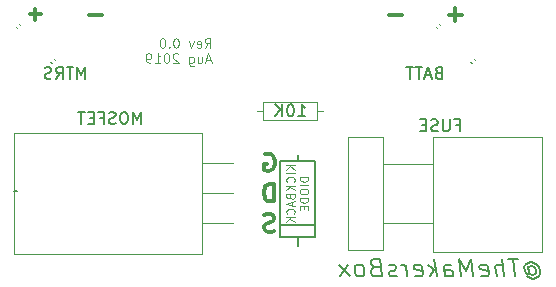
<source format=gbo>
G04 #@! TF.FileFunction,Legend,Bot*
%FSLAX46Y46*%
G04 Gerber Fmt 4.6, Leading zero omitted, Abs format (unit mm)*
G04 Created by KiCad (PCBNEW 4.0.7) date 08/24/19 09:27:58*
%MOMM*%
%LPD*%
G01*
G04 APERTURE LIST*
%ADD10C,0.100000*%
%ADD11C,0.300000*%
%ADD12C,0.200000*%
%ADD13C,0.150000*%
%ADD14C,0.120000*%
G04 APERTURE END LIST*
D10*
D11*
X146419143Y-95760000D02*
X146562000Y-95688571D01*
X146776286Y-95688571D01*
X146990571Y-95760000D01*
X147133429Y-95902857D01*
X147204857Y-96045714D01*
X147276286Y-96331429D01*
X147276286Y-96545714D01*
X147204857Y-96831429D01*
X147133429Y-96974286D01*
X146990571Y-97117143D01*
X146776286Y-97188571D01*
X146633429Y-97188571D01*
X146419143Y-97117143D01*
X146347714Y-97045714D01*
X146347714Y-96545714D01*
X146633429Y-96545714D01*
X147204857Y-99738571D02*
X147204857Y-98238571D01*
X146847714Y-98238571D01*
X146633429Y-98310000D01*
X146490571Y-98452857D01*
X146419143Y-98595714D01*
X146347714Y-98881429D01*
X146347714Y-99095714D01*
X146419143Y-99381429D01*
X146490571Y-99524286D01*
X146633429Y-99667143D01*
X146847714Y-99738571D01*
X147204857Y-99738571D01*
X147240571Y-102217143D02*
X147026285Y-102288571D01*
X146669142Y-102288571D01*
X146526285Y-102217143D01*
X146454856Y-102145714D01*
X146383428Y-102002857D01*
X146383428Y-101860000D01*
X146454856Y-101717143D01*
X146526285Y-101645714D01*
X146669142Y-101574286D01*
X146954856Y-101502857D01*
X147097714Y-101431429D01*
X147169142Y-101360000D01*
X147240571Y-101217143D01*
X147240571Y-101074286D01*
X147169142Y-100931429D01*
X147097714Y-100860000D01*
X146954856Y-100788571D01*
X146597714Y-100788571D01*
X146383428Y-100860000D01*
D12*
X168749822Y-105374286D02*
X168812321Y-105302857D01*
X168946250Y-105231429D01*
X169089108Y-105231429D01*
X169240893Y-105302857D01*
X169321250Y-105374286D01*
X169410536Y-105517143D01*
X169428393Y-105660000D01*
X169374821Y-105802857D01*
X169312322Y-105874286D01*
X169178393Y-105945714D01*
X169035535Y-105945714D01*
X168883750Y-105874286D01*
X168803393Y-105802857D01*
X168731965Y-105231429D02*
X168803393Y-105802857D01*
X168740893Y-105874286D01*
X168669465Y-105874286D01*
X168517678Y-105802857D01*
X168428393Y-105660000D01*
X168383750Y-105302857D01*
X168499821Y-105088571D01*
X168696250Y-104945714D01*
X168973036Y-104874286D01*
X169267678Y-104945714D01*
X169499821Y-105088571D01*
X169669464Y-105302857D01*
X169776607Y-105588571D01*
X169740893Y-105874286D01*
X169624821Y-106088571D01*
X169428393Y-106231429D01*
X169151607Y-106302857D01*
X168856965Y-106231429D01*
X168624821Y-106088571D01*
X167865893Y-104588571D02*
X167008750Y-104588571D01*
X167624821Y-106088571D02*
X167437321Y-104588571D01*
X166696250Y-106088571D02*
X166508750Y-104588571D01*
X166053393Y-106088571D02*
X165955179Y-105302857D01*
X166008751Y-105160000D01*
X166142679Y-105088571D01*
X166356964Y-105088571D01*
X166508751Y-105160000D01*
X166589108Y-105231429D01*
X164758751Y-106017143D02*
X164910536Y-106088571D01*
X165196250Y-106088571D01*
X165330179Y-106017143D01*
X165383751Y-105874286D01*
X165312322Y-105302857D01*
X165223036Y-105160000D01*
X165071250Y-105088571D01*
X164785536Y-105088571D01*
X164651608Y-105160000D01*
X164598036Y-105302857D01*
X164615893Y-105445714D01*
X165348036Y-105588571D01*
X164053393Y-106088571D02*
X163865893Y-104588571D01*
X163499822Y-105660000D01*
X162865893Y-104588571D01*
X163053393Y-106088571D01*
X161696250Y-106088571D02*
X161598036Y-105302857D01*
X161651608Y-105160000D01*
X161785536Y-105088571D01*
X162071250Y-105088571D01*
X162223036Y-105160000D01*
X161687322Y-106017143D02*
X161839107Y-106088571D01*
X162196250Y-106088571D01*
X162330179Y-106017143D01*
X162383751Y-105874286D01*
X162365894Y-105731429D01*
X162276607Y-105588571D01*
X162124822Y-105517143D01*
X161767679Y-105517143D01*
X161615893Y-105445714D01*
X160981964Y-106088571D02*
X160794464Y-104588571D01*
X160767679Y-105517143D02*
X160410536Y-106088571D01*
X160285536Y-105088571D02*
X160928393Y-105660000D01*
X159187322Y-106017143D02*
X159339107Y-106088571D01*
X159624821Y-106088571D01*
X159758750Y-106017143D01*
X159812322Y-105874286D01*
X159740893Y-105302857D01*
X159651607Y-105160000D01*
X159499821Y-105088571D01*
X159214107Y-105088571D01*
X159080179Y-105160000D01*
X159026607Y-105302857D01*
X159044464Y-105445714D01*
X159776607Y-105588571D01*
X158481964Y-106088571D02*
X158356964Y-105088571D01*
X158392679Y-105374286D02*
X158303394Y-105231429D01*
X158223036Y-105160000D01*
X158071250Y-105088571D01*
X157928393Y-105088571D01*
X157615894Y-106017143D02*
X157481965Y-106088571D01*
X157196250Y-106088571D01*
X157044465Y-106017143D01*
X156955180Y-105874286D01*
X156946251Y-105802857D01*
X156999822Y-105660000D01*
X157133750Y-105588571D01*
X157348036Y-105588571D01*
X157481965Y-105517143D01*
X157535537Y-105374286D01*
X157526608Y-105302857D01*
X157437322Y-105160000D01*
X157285536Y-105088571D01*
X157071250Y-105088571D01*
X156937322Y-105160000D01*
X155740893Y-105302857D02*
X155535536Y-105374286D01*
X155473036Y-105445714D01*
X155419464Y-105588571D01*
X155446250Y-105802857D01*
X155535536Y-105945714D01*
X155615893Y-106017143D01*
X155767679Y-106088571D01*
X156339107Y-106088571D01*
X156151607Y-104588571D01*
X155651607Y-104588571D01*
X155517679Y-104660000D01*
X155455179Y-104731429D01*
X155401608Y-104874286D01*
X155419465Y-105017143D01*
X155508750Y-105160000D01*
X155589108Y-105231429D01*
X155740893Y-105302857D01*
X156240893Y-105302857D01*
X154624821Y-106088571D02*
X154758751Y-106017143D01*
X154821250Y-105945714D01*
X154874822Y-105802857D01*
X154821251Y-105374286D01*
X154731965Y-105231429D01*
X154651608Y-105160000D01*
X154499821Y-105088571D01*
X154285536Y-105088571D01*
X154151608Y-105160000D01*
X154089108Y-105231429D01*
X154035536Y-105374286D01*
X154089107Y-105802857D01*
X154178393Y-105945714D01*
X154258751Y-106017143D01*
X154410536Y-106088571D01*
X154624821Y-106088571D01*
X153624821Y-106088571D02*
X152714107Y-105088571D01*
X153499821Y-105088571D02*
X152839107Y-106088571D01*
D10*
X148966667Y-96660001D02*
X148266667Y-96660001D01*
X148966667Y-97060001D02*
X148566667Y-96760001D01*
X148266667Y-97060001D02*
X148666667Y-96660001D01*
X148966667Y-97360001D02*
X148266667Y-97360001D01*
X148900000Y-98093334D02*
X148933333Y-98060000D01*
X148966667Y-97960000D01*
X148966667Y-97893334D01*
X148933333Y-97793334D01*
X148866667Y-97726667D01*
X148800000Y-97693334D01*
X148666667Y-97660000D01*
X148566667Y-97660000D01*
X148433333Y-97693334D01*
X148366667Y-97726667D01*
X148300000Y-97793334D01*
X148266667Y-97893334D01*
X148266667Y-97960000D01*
X148300000Y-98060000D01*
X148333333Y-98093334D01*
X148966667Y-98393334D02*
X148266667Y-98393334D01*
X148966667Y-98793334D02*
X148566667Y-98493334D01*
X148266667Y-98793334D02*
X148666667Y-98393334D01*
X148600000Y-99326667D02*
X148633333Y-99426667D01*
X148666667Y-99460000D01*
X148733333Y-99493334D01*
X148833333Y-99493334D01*
X148900000Y-99460000D01*
X148933333Y-99426667D01*
X148966667Y-99360000D01*
X148966667Y-99093334D01*
X148266667Y-99093334D01*
X148266667Y-99326667D01*
X148300000Y-99393334D01*
X148333333Y-99426667D01*
X148400000Y-99460000D01*
X148466667Y-99460000D01*
X148533333Y-99426667D01*
X148566667Y-99393334D01*
X148600000Y-99326667D01*
X148600000Y-99093334D01*
X148766667Y-99760000D02*
X148766667Y-100093334D01*
X148966667Y-99693334D02*
X148266667Y-99926667D01*
X148966667Y-100160000D01*
X148900000Y-100793334D02*
X148933333Y-100760000D01*
X148966667Y-100660000D01*
X148966667Y-100593334D01*
X148933333Y-100493334D01*
X148866667Y-100426667D01*
X148800000Y-100393334D01*
X148666667Y-100360000D01*
X148566667Y-100360000D01*
X148433333Y-100393334D01*
X148366667Y-100426667D01*
X148300000Y-100493334D01*
X148266667Y-100593334D01*
X148266667Y-100660000D01*
X148300000Y-100760000D01*
X148333333Y-100793334D01*
X148966667Y-101093334D02*
X148266667Y-101093334D01*
X148966667Y-101493334D02*
X148566667Y-101193334D01*
X148266667Y-101493334D02*
X148666667Y-101093334D01*
X150116667Y-97676668D02*
X149416667Y-97676668D01*
X149416667Y-97843334D01*
X149450000Y-97943334D01*
X149516667Y-98010001D01*
X149583333Y-98043334D01*
X149716667Y-98076668D01*
X149816667Y-98076668D01*
X149950000Y-98043334D01*
X150016667Y-98010001D01*
X150083333Y-97943334D01*
X150116667Y-97843334D01*
X150116667Y-97676668D01*
X150116667Y-98376668D02*
X149416667Y-98376668D01*
X149416667Y-98843334D02*
X149416667Y-98976667D01*
X149450000Y-99043334D01*
X149516667Y-99110001D01*
X149650000Y-99143334D01*
X149883333Y-99143334D01*
X150016667Y-99110001D01*
X150083333Y-99043334D01*
X150116667Y-98976667D01*
X150116667Y-98843334D01*
X150083333Y-98776667D01*
X150016667Y-98710001D01*
X149883333Y-98676667D01*
X149650000Y-98676667D01*
X149516667Y-98710001D01*
X149450000Y-98776667D01*
X149416667Y-98843334D01*
X150116667Y-99443334D02*
X149416667Y-99443334D01*
X149416667Y-99610000D01*
X149450000Y-99710000D01*
X149516667Y-99776667D01*
X149583333Y-99810000D01*
X149716667Y-99843334D01*
X149816667Y-99843334D01*
X149950000Y-99810000D01*
X150016667Y-99776667D01*
X150083333Y-99710000D01*
X150116667Y-99610000D01*
X150116667Y-99443334D01*
X149750000Y-100143334D02*
X149750000Y-100376667D01*
X150116667Y-100476667D02*
X150116667Y-100143334D01*
X149416667Y-100143334D01*
X149416667Y-100476667D01*
D13*
X125466000Y-98838000D02*
X125212000Y-98838000D01*
D11*
X132651428Y-83927143D02*
X131508571Y-83927143D01*
X127476190Y-83909286D02*
X126523809Y-83909286D01*
X126999999Y-84385476D02*
X126999999Y-83433095D01*
X158051428Y-83927143D02*
X156908571Y-83927143D01*
X163131428Y-83927143D02*
X161988571Y-83927143D01*
X162560000Y-84498571D02*
X162560000Y-83355714D01*
D10*
X141352381Y-86711905D02*
X141619048Y-86330952D01*
X141809524Y-86711905D02*
X141809524Y-85911905D01*
X141504762Y-85911905D01*
X141428571Y-85950000D01*
X141390476Y-85988095D01*
X141352381Y-86064286D01*
X141352381Y-86178571D01*
X141390476Y-86254762D01*
X141428571Y-86292857D01*
X141504762Y-86330952D01*
X141809524Y-86330952D01*
X140704762Y-86673810D02*
X140780952Y-86711905D01*
X140933333Y-86711905D01*
X141009524Y-86673810D01*
X141047619Y-86597619D01*
X141047619Y-86292857D01*
X141009524Y-86216667D01*
X140933333Y-86178571D01*
X140780952Y-86178571D01*
X140704762Y-86216667D01*
X140666667Y-86292857D01*
X140666667Y-86369048D01*
X141047619Y-86445238D01*
X140400000Y-86178571D02*
X140209524Y-86711905D01*
X140019048Y-86178571D01*
X138952381Y-85911905D02*
X138876190Y-85911905D01*
X138800000Y-85950000D01*
X138761905Y-85988095D01*
X138723809Y-86064286D01*
X138685714Y-86216667D01*
X138685714Y-86407143D01*
X138723809Y-86559524D01*
X138761905Y-86635714D01*
X138800000Y-86673810D01*
X138876190Y-86711905D01*
X138952381Y-86711905D01*
X139028571Y-86673810D01*
X139066667Y-86635714D01*
X139104762Y-86559524D01*
X139142857Y-86407143D01*
X139142857Y-86216667D01*
X139104762Y-86064286D01*
X139066667Y-85988095D01*
X139028571Y-85950000D01*
X138952381Y-85911905D01*
X138342857Y-86635714D02*
X138304762Y-86673810D01*
X138342857Y-86711905D01*
X138380952Y-86673810D01*
X138342857Y-86635714D01*
X138342857Y-86711905D01*
X137809524Y-85911905D02*
X137733333Y-85911905D01*
X137657143Y-85950000D01*
X137619048Y-85988095D01*
X137580952Y-86064286D01*
X137542857Y-86216667D01*
X137542857Y-86407143D01*
X137580952Y-86559524D01*
X137619048Y-86635714D01*
X137657143Y-86673810D01*
X137733333Y-86711905D01*
X137809524Y-86711905D01*
X137885714Y-86673810D01*
X137923810Y-86635714D01*
X137961905Y-86559524D01*
X138000000Y-86407143D01*
X138000000Y-86216667D01*
X137961905Y-86064286D01*
X137923810Y-85988095D01*
X137885714Y-85950000D01*
X137809524Y-85911905D01*
X141847619Y-87783333D02*
X141466667Y-87783333D01*
X141923810Y-88011905D02*
X141657143Y-87211905D01*
X141390476Y-88011905D01*
X140780953Y-87478571D02*
X140780953Y-88011905D01*
X141123810Y-87478571D02*
X141123810Y-87897619D01*
X141085715Y-87973810D01*
X141009524Y-88011905D01*
X140895238Y-88011905D01*
X140819048Y-87973810D01*
X140780953Y-87935714D01*
X140057143Y-87478571D02*
X140057143Y-88126190D01*
X140095238Y-88202381D01*
X140133333Y-88240476D01*
X140209524Y-88278571D01*
X140323809Y-88278571D01*
X140400000Y-88240476D01*
X140057143Y-87973810D02*
X140133333Y-88011905D01*
X140285714Y-88011905D01*
X140361905Y-87973810D01*
X140400000Y-87935714D01*
X140438095Y-87859524D01*
X140438095Y-87630952D01*
X140400000Y-87554762D01*
X140361905Y-87516667D01*
X140285714Y-87478571D01*
X140133333Y-87478571D01*
X140057143Y-87516667D01*
X139104761Y-87288095D02*
X139066666Y-87250000D01*
X138990475Y-87211905D01*
X138799999Y-87211905D01*
X138723809Y-87250000D01*
X138685713Y-87288095D01*
X138647618Y-87364286D01*
X138647618Y-87440476D01*
X138685713Y-87554762D01*
X139142856Y-88011905D01*
X138647618Y-88011905D01*
X138152380Y-87211905D02*
X138076189Y-87211905D01*
X137999999Y-87250000D01*
X137961904Y-87288095D01*
X137923808Y-87364286D01*
X137885713Y-87516667D01*
X137885713Y-87707143D01*
X137923808Y-87859524D01*
X137961904Y-87935714D01*
X137999999Y-87973810D01*
X138076189Y-88011905D01*
X138152380Y-88011905D01*
X138228570Y-87973810D01*
X138266666Y-87935714D01*
X138304761Y-87859524D01*
X138342856Y-87707143D01*
X138342856Y-87516667D01*
X138304761Y-87364286D01*
X138266666Y-87288095D01*
X138228570Y-87250000D01*
X138152380Y-87211905D01*
X137123808Y-88011905D02*
X137580951Y-88011905D01*
X137352380Y-88011905D02*
X137352380Y-87211905D01*
X137428570Y-87326190D01*
X137504761Y-87402381D01*
X137580951Y-87440476D01*
X136742856Y-88011905D02*
X136590475Y-88011905D01*
X136514284Y-87973810D01*
X136476189Y-87935714D01*
X136399998Y-87821429D01*
X136361903Y-87669048D01*
X136361903Y-87364286D01*
X136399998Y-87288095D01*
X136438094Y-87250000D01*
X136514284Y-87211905D01*
X136666665Y-87211905D01*
X136742856Y-87250000D01*
X136780951Y-87288095D01*
X136819046Y-87364286D01*
X136819046Y-87554762D01*
X136780951Y-87630952D01*
X136742856Y-87669048D01*
X136666665Y-87707143D01*
X136514284Y-87707143D01*
X136438094Y-87669048D01*
X136399998Y-87630952D01*
X136361903Y-87554762D01*
X156440000Y-96560000D02*
X160690000Y-96560000D01*
X156440000Y-101560000D02*
X160690000Y-101560000D01*
D14*
X160690000Y-104060000D02*
X160690000Y-94310000D01*
X160690000Y-94310000D02*
X169940000Y-94310000D01*
X169940000Y-94310000D02*
X169940000Y-104060000D01*
X169940000Y-104060000D02*
X160690000Y-104060000D01*
X153440000Y-103810000D02*
X153440000Y-94310000D01*
X156440000Y-94310000D02*
X156440000Y-103810000D01*
X153440000Y-103810000D02*
X156440000Y-103810000D01*
X156440000Y-94310000D02*
X153440000Y-94310000D01*
X141090000Y-93940000D02*
X141090000Y-104180000D01*
X125200000Y-93940000D02*
X125200000Y-104180000D01*
X125200000Y-93940000D02*
X141090000Y-93940000D01*
X125200000Y-104180000D02*
X141090000Y-104180000D01*
X141090000Y-96520000D02*
X143730000Y-96520000D01*
X141090000Y-99060000D02*
X143714000Y-99060000D01*
X141090000Y-101600000D02*
X143714000Y-101600000D01*
X128654000Y-87748000D02*
X128547000Y-87641000D01*
X125718000Y-84813000D02*
X125612000Y-84706000D01*
X128388000Y-88014000D02*
X128281000Y-87907000D01*
X125452000Y-85079000D02*
X125346000Y-84972000D01*
D12*
X149225000Y-102775000D02*
X149225000Y-103525000D01*
X149225000Y-96275000D02*
X149225000Y-95775000D01*
X150725000Y-101775000D02*
X147725000Y-101775000D01*
X150725000Y-102775000D02*
X147725000Y-102775000D01*
X147725000Y-102775000D02*
X147725000Y-96275000D01*
X147725000Y-96275000D02*
X150725000Y-96275000D01*
X150725000Y-96275000D02*
X150725000Y-102775000D01*
D10*
X146304000Y-92075000D02*
X145796000Y-92075000D01*
X150876000Y-92075000D02*
X151384000Y-92075000D01*
X150876000Y-91313000D02*
X146304000Y-91313000D01*
X146304000Y-91313000D02*
X146304000Y-92837000D01*
X146304000Y-92837000D02*
X150876000Y-92837000D01*
X150876000Y-92837000D02*
X150876000Y-91313000D01*
D14*
X160906000Y-84972000D02*
X161013000Y-85079000D01*
X163842000Y-87907000D02*
X163948000Y-88014000D01*
X161172000Y-84706000D02*
X161279000Y-84813000D01*
X164108000Y-87641000D02*
X164214000Y-87748000D01*
D13*
X162599523Y-93273571D02*
X162932857Y-93273571D01*
X162932857Y-93797381D02*
X162932857Y-92797381D01*
X162456666Y-92797381D01*
X162075714Y-92797381D02*
X162075714Y-93606905D01*
X162028095Y-93702143D01*
X161980476Y-93749762D01*
X161885238Y-93797381D01*
X161694761Y-93797381D01*
X161599523Y-93749762D01*
X161551904Y-93702143D01*
X161504285Y-93606905D01*
X161504285Y-92797381D01*
X161075714Y-93749762D02*
X160932857Y-93797381D01*
X160694761Y-93797381D01*
X160599523Y-93749762D01*
X160551904Y-93702143D01*
X160504285Y-93606905D01*
X160504285Y-93511667D01*
X160551904Y-93416429D01*
X160599523Y-93368810D01*
X160694761Y-93321190D01*
X160885238Y-93273571D01*
X160980476Y-93225952D01*
X161028095Y-93178333D01*
X161075714Y-93083095D01*
X161075714Y-92987857D01*
X161028095Y-92892619D01*
X160980476Y-92845000D01*
X160885238Y-92797381D01*
X160647142Y-92797381D01*
X160504285Y-92845000D01*
X160075714Y-93273571D02*
X159742380Y-93273571D01*
X159599523Y-93797381D02*
X160075714Y-93797381D01*
X160075714Y-92797381D01*
X159599523Y-92797381D01*
X135945238Y-93162381D02*
X135945238Y-92162381D01*
X135611904Y-92876667D01*
X135278571Y-92162381D01*
X135278571Y-93162381D01*
X134611905Y-92162381D02*
X134421428Y-92162381D01*
X134326190Y-92210000D01*
X134230952Y-92305238D01*
X134183333Y-92495714D01*
X134183333Y-92829048D01*
X134230952Y-93019524D01*
X134326190Y-93114762D01*
X134421428Y-93162381D01*
X134611905Y-93162381D01*
X134707143Y-93114762D01*
X134802381Y-93019524D01*
X134850000Y-92829048D01*
X134850000Y-92495714D01*
X134802381Y-92305238D01*
X134707143Y-92210000D01*
X134611905Y-92162381D01*
X133802381Y-93114762D02*
X133659524Y-93162381D01*
X133421428Y-93162381D01*
X133326190Y-93114762D01*
X133278571Y-93067143D01*
X133230952Y-92971905D01*
X133230952Y-92876667D01*
X133278571Y-92781429D01*
X133326190Y-92733810D01*
X133421428Y-92686190D01*
X133611905Y-92638571D01*
X133707143Y-92590952D01*
X133754762Y-92543333D01*
X133802381Y-92448095D01*
X133802381Y-92352857D01*
X133754762Y-92257619D01*
X133707143Y-92210000D01*
X133611905Y-92162381D01*
X133373809Y-92162381D01*
X133230952Y-92210000D01*
X132469047Y-92638571D02*
X132802381Y-92638571D01*
X132802381Y-93162381D02*
X132802381Y-92162381D01*
X132326190Y-92162381D01*
X131945238Y-92638571D02*
X131611904Y-92638571D01*
X131469047Y-93162381D02*
X131945238Y-93162381D01*
X131945238Y-92162381D01*
X131469047Y-92162381D01*
X131183333Y-92162381D02*
X130611904Y-92162381D01*
X130897619Y-93162381D02*
X130897619Y-92162381D01*
X131230476Y-89352381D02*
X131230476Y-88352381D01*
X130897142Y-89066667D01*
X130563809Y-88352381D01*
X130563809Y-89352381D01*
X130230476Y-88352381D02*
X129659047Y-88352381D01*
X129944762Y-89352381D02*
X129944762Y-88352381D01*
X128754285Y-89352381D02*
X129087619Y-88876190D01*
X129325714Y-89352381D02*
X129325714Y-88352381D01*
X128944761Y-88352381D01*
X128849523Y-88400000D01*
X128801904Y-88447619D01*
X128754285Y-88542857D01*
X128754285Y-88685714D01*
X128801904Y-88780952D01*
X128849523Y-88828571D01*
X128944761Y-88876190D01*
X129325714Y-88876190D01*
X128373333Y-89304762D02*
X128230476Y-89352381D01*
X127992380Y-89352381D01*
X127897142Y-89304762D01*
X127849523Y-89257143D01*
X127801904Y-89161905D01*
X127801904Y-89066667D01*
X127849523Y-88971429D01*
X127897142Y-88923810D01*
X127992380Y-88876190D01*
X128182857Y-88828571D01*
X128278095Y-88780952D01*
X128325714Y-88733333D01*
X128373333Y-88638095D01*
X128373333Y-88542857D01*
X128325714Y-88447619D01*
X128278095Y-88400000D01*
X128182857Y-88352381D01*
X127944761Y-88352381D01*
X127801904Y-88400000D01*
X149280476Y-92527381D02*
X149851905Y-92527381D01*
X149566191Y-92527381D02*
X149566191Y-91527381D01*
X149661429Y-91670238D01*
X149756667Y-91765476D01*
X149851905Y-91813095D01*
X148661429Y-91527381D02*
X148566190Y-91527381D01*
X148470952Y-91575000D01*
X148423333Y-91622619D01*
X148375714Y-91717857D01*
X148328095Y-91908333D01*
X148328095Y-92146429D01*
X148375714Y-92336905D01*
X148423333Y-92432143D01*
X148470952Y-92479762D01*
X148566190Y-92527381D01*
X148661429Y-92527381D01*
X148756667Y-92479762D01*
X148804286Y-92432143D01*
X148851905Y-92336905D01*
X148899524Y-92146429D01*
X148899524Y-91908333D01*
X148851905Y-91717857D01*
X148804286Y-91622619D01*
X148756667Y-91575000D01*
X148661429Y-91527381D01*
X147899524Y-92527381D02*
X147899524Y-91527381D01*
X147328095Y-92527381D02*
X147756667Y-91955952D01*
X147328095Y-91527381D02*
X147899524Y-92098810D01*
X161139047Y-88828571D02*
X160996190Y-88876190D01*
X160948571Y-88923810D01*
X160900952Y-89019048D01*
X160900952Y-89161905D01*
X160948571Y-89257143D01*
X160996190Y-89304762D01*
X161091428Y-89352381D01*
X161472381Y-89352381D01*
X161472381Y-88352381D01*
X161139047Y-88352381D01*
X161043809Y-88400000D01*
X160996190Y-88447619D01*
X160948571Y-88542857D01*
X160948571Y-88638095D01*
X160996190Y-88733333D01*
X161043809Y-88780952D01*
X161139047Y-88828571D01*
X161472381Y-88828571D01*
X160520000Y-89066667D02*
X160043809Y-89066667D01*
X160615238Y-89352381D02*
X160281905Y-88352381D01*
X159948571Y-89352381D01*
X159758095Y-88352381D02*
X159186666Y-88352381D01*
X159472381Y-89352381D02*
X159472381Y-88352381D01*
X158996190Y-88352381D02*
X158424761Y-88352381D01*
X158710476Y-89352381D02*
X158710476Y-88352381D01*
M02*

</source>
